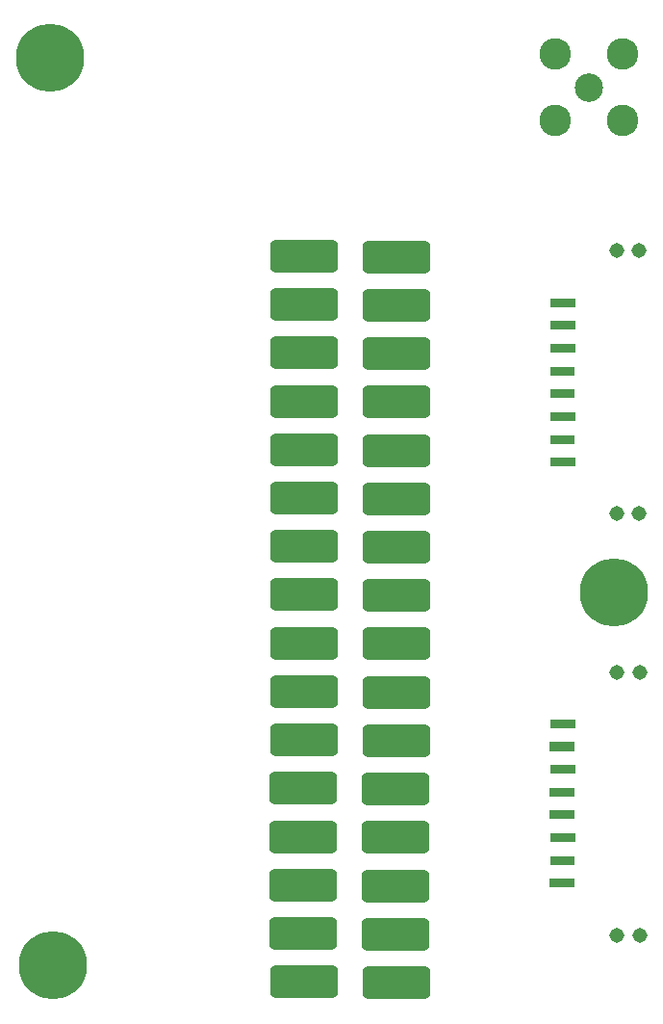
<source format=gbr>
%TF.GenerationSoftware,KiCad,Pcbnew,9.0.0*%
%TF.CreationDate,2025-05-27T23:15:15+02:00*%
%TF.ProjectId,PUTM_EV_PDMv2_PLAN_B_2024,5055544d-5f45-4565-9f50-444d76325f50,1.0*%
%TF.SameCoordinates,Original*%
%TF.FileFunction,Soldermask,Bot*%
%TF.FilePolarity,Negative*%
%FSLAX46Y46*%
G04 Gerber Fmt 4.6, Leading zero omitted, Abs format (unit mm)*
G04 Created by KiCad (PCBNEW 9.0.0) date 2025-05-27 23:15:15*
%MOMM*%
%LPD*%
G01*
G04 APERTURE LIST*
G04 Aperture macros list*
%AMRoundRect*
0 Rectangle with rounded corners*
0 $1 Rounding radius*
0 $2 $3 $4 $5 $6 $7 $8 $9 X,Y pos of 4 corners*
0 Add a 4 corners polygon primitive as box body*
4,1,4,$2,$3,$4,$5,$6,$7,$8,$9,$2,$3,0*
0 Add four circle primitives for the rounded corners*
1,1,$1+$1,$2,$3*
1,1,$1+$1,$4,$5*
1,1,$1+$1,$6,$7*
1,1,$1+$1,$8,$9*
0 Add four rect primitives between the rounded corners*
20,1,$1+$1,$2,$3,$4,$5,0*
20,1,$1+$1,$4,$5,$6,$7,0*
20,1,$1+$1,$6,$7,$8,$9,0*
20,1,$1+$1,$8,$9,$2,$3,0*%
G04 Aperture macros list end*
%ADD10C,1.650000*%
%ADD11RoundRect,0.420000X-2.580000X-0.980000X2.580000X-0.980000X2.580000X0.980000X-2.580000X0.980000X0*%
%ADD12C,1.308000*%
%ADD13C,0.800000*%
%ADD14C,6.000000*%
%ADD15C,2.500000*%
%ADD16C,2.775000*%
G04 APERTURE END LIST*
D10*
%TO.C,TSAL/HV_1*%
X145550000Y-139430000D03*
D11*
X147380000Y-139430000D03*
D10*
X149210000Y-139430000D03*
X153670000Y-139500000D03*
D11*
X155500000Y-139500000D03*
D10*
X157330000Y-139500000D03*
%TD*%
%TO.C,BRAKE/IR/AIR_1*%
X145505000Y-118160000D03*
D11*
X147335000Y-118160000D03*
D10*
X149165000Y-118160000D03*
X153625000Y-118230000D03*
D11*
X155455000Y-118230000D03*
D10*
X157285000Y-118230000D03*
%TD*%
%TO.C,INVERTER_2*%
X145470000Y-126680000D03*
D11*
X147300000Y-126680000D03*
D10*
X149130000Y-126680000D03*
X153590000Y-126750000D03*
D11*
X155420000Y-126750000D03*
D10*
X157250000Y-126750000D03*
%TD*%
%TO.C,FAN_1*%
X145530000Y-88410000D03*
D11*
X147360000Y-88410000D03*
D10*
X149190000Y-88410000D03*
X153650000Y-88480000D03*
D11*
X155480000Y-88480000D03*
D10*
X157310000Y-88480000D03*
%TD*%
D12*
%TO.C,J5*%
X174860000Y-98290000D03*
X176860000Y-98290000D03*
X174860000Y-75190000D03*
X176860000Y-75190000D03*
%TD*%
D13*
%TO.C,REF\u002A\u002A*%
X172340990Y-105250000D03*
X173000000Y-103659010D03*
X173000000Y-106840990D03*
X174590990Y-103000000D03*
D14*
X174590990Y-105250000D03*
D13*
X174590990Y-107500000D03*
X176181980Y-103659010D03*
X176181980Y-106840990D03*
X176840990Y-105250000D03*
%TD*%
D10*
%TO.C,PC_4*%
X145530000Y-92660000D03*
D11*
X147360000Y-92660000D03*
D10*
X149190000Y-92660000D03*
X153650000Y-92730000D03*
D11*
X155480000Y-92730000D03*
D10*
X157310000Y-92730000D03*
%TD*%
%TO.C,PUMP_1*%
X145530000Y-84160000D03*
D11*
X147360000Y-84160000D03*
D10*
X149190000Y-84160000D03*
X153650000Y-84230000D03*
D11*
X155480000Y-84230000D03*
D10*
X157310000Y-84230000D03*
%TD*%
%TO.C,INVERTER_1*%
X145470000Y-130930000D03*
D11*
X147300000Y-130930000D03*
D10*
X149130000Y-130930000D03*
X153590000Y-131000000D03*
D11*
X155420000Y-131000000D03*
D10*
X157250000Y-131000000D03*
%TD*%
%TO.C,PUMP_2*%
X145530000Y-79910000D03*
D11*
X147360000Y-79910000D03*
D10*
X149190000Y-79910000D03*
X153650000Y-79980000D03*
D11*
X155480000Y-79980000D03*
D10*
X157310000Y-79980000D03*
%TD*%
D12*
%TO.C,J8*%
X174900000Y-135330000D03*
X176900000Y-135330000D03*
X174900000Y-112230000D03*
X176900000Y-112230000D03*
%TD*%
D15*
%TO.C,J2*%
X172435000Y-60815000D03*
D16*
X169500000Y-63750000D03*
X175370000Y-63750000D03*
X175370000Y-57880000D03*
X169500000Y-57880000D03*
%TD*%
D10*
%TO.C,REARBOX/DIAGPORT/BRAKE_L_1*%
X145470000Y-135180000D03*
D11*
X147300000Y-135180000D03*
D10*
X149130000Y-135180000D03*
X153590000Y-135250000D03*
D11*
X155420000Y-135250000D03*
D10*
X157250000Y-135250000D03*
%TD*%
%TO.C,SDC/ASMS_1*%
X145505000Y-113910000D03*
D11*
X147335000Y-113910000D03*
D10*
X149165000Y-113910000D03*
X153625000Y-113980000D03*
D11*
X155455000Y-113980000D03*
D10*
X157285000Y-113980000D03*
%TD*%
D13*
%TO.C,REF\u002A\u002A*%
X122750000Y-58250000D03*
X123409010Y-56659010D03*
X123409010Y-59840990D03*
X125000000Y-56000000D03*
D14*
X125000000Y-58250000D03*
D13*
X125000000Y-60500000D03*
X126590990Y-56659010D03*
X126590990Y-59840990D03*
X127250000Y-58250000D03*
%TD*%
D10*
%TO.C,PC_3*%
X145530000Y-96910000D03*
D11*
X147360000Y-96910000D03*
D10*
X149190000Y-96910000D03*
X153650000Y-96980000D03*
D11*
X155480000Y-96980000D03*
D10*
X157310000Y-96980000D03*
%TD*%
D13*
%TO.C,REF\u002A\u002A*%
X123000000Y-138000000D03*
X123659010Y-136409010D03*
X123659010Y-139590990D03*
X125250000Y-135750000D03*
D14*
X125250000Y-138000000D03*
D13*
X125250000Y-140250000D03*
X126840990Y-136409010D03*
X126840990Y-139590990D03*
X127500000Y-138000000D03*
%TD*%
D10*
%TO.C,PC_1*%
X145530000Y-105410000D03*
D11*
X147360000Y-105410000D03*
D10*
X149190000Y-105410000D03*
X153650000Y-105480000D03*
D11*
X155480000Y-105480000D03*
D10*
X157310000Y-105480000D03*
%TD*%
%TO.C,FBOX_1*%
X145470000Y-122430000D03*
D11*
X147300000Y-122430000D03*
D10*
X149130000Y-122430000D03*
X153590000Y-122500000D03*
D11*
X155420000Y-122500000D03*
D10*
X157250000Y-122500000D03*
%TD*%
%TO.C,FAN_2*%
X145530000Y-75660000D03*
D11*
X147360000Y-75660000D03*
D10*
X149190000Y-75660000D03*
X153650000Y-75730000D03*
D11*
X155480000Y-75730000D03*
D10*
X157310000Y-75730000D03*
%TD*%
%TO.C,DASH_1*%
X145505000Y-109660000D03*
D11*
X147335000Y-109660000D03*
D10*
X149165000Y-109660000D03*
X153625000Y-109730000D03*
D11*
X155455000Y-109730000D03*
D10*
X157285000Y-109730000D03*
%TD*%
%TO.C,PC_2*%
X145530000Y-101160000D03*
D11*
X147360000Y-101160000D03*
D10*
X149190000Y-101160000D03*
X153650000Y-101230000D03*
D11*
X155480000Y-101230000D03*
D10*
X157310000Y-101230000D03*
%TD*%
G36*
X171151000Y-122374586D02*
G01*
X171151000Y-123150414D01*
X171150414Y-123151000D01*
X168974586Y-123151000D01*
X168974000Y-123150414D01*
X168974000Y-122374586D01*
X168974586Y-122374000D01*
X171150414Y-122374000D01*
X171151000Y-122374586D01*
G37*
G36*
X171151000Y-118374586D02*
G01*
X171151000Y-119150414D01*
X171150414Y-119151000D01*
X168974586Y-119151000D01*
X168974000Y-119150414D01*
X168974000Y-118374586D01*
X168974586Y-118374000D01*
X171150414Y-118374000D01*
X171151000Y-118374586D01*
G37*
G36*
X171201000Y-116374586D02*
G01*
X171201000Y-117150414D01*
X171200414Y-117151000D01*
X169024586Y-117151000D01*
X169024000Y-117150414D01*
X169024000Y-116374586D01*
X169024586Y-116374000D01*
X171200414Y-116374000D01*
X171201000Y-116374586D01*
G37*
G36*
X171201000Y-89374586D02*
G01*
X171201000Y-90150414D01*
X171200414Y-90151000D01*
X169024586Y-90151000D01*
X169024000Y-90150414D01*
X169024000Y-89374586D01*
X169024586Y-89374000D01*
X171200414Y-89374000D01*
X171201000Y-89374586D01*
G37*
G36*
X171201000Y-126374586D02*
G01*
X171201000Y-127150414D01*
X171200414Y-127151000D01*
X169024586Y-127151000D01*
X169024000Y-127150414D01*
X169024000Y-126374586D01*
X169024586Y-126374000D01*
X171200414Y-126374000D01*
X171201000Y-126374586D01*
G37*
G36*
X171126000Y-124374586D02*
G01*
X171126000Y-125150414D01*
X171125414Y-125151000D01*
X168949586Y-125151000D01*
X168949000Y-125150414D01*
X168949000Y-124374586D01*
X168949586Y-124374000D01*
X171125414Y-124374000D01*
X171126000Y-124374586D01*
G37*
G36*
X171201000Y-120349586D02*
G01*
X171201000Y-121125414D01*
X171200414Y-121126000D01*
X169024586Y-121126000D01*
X169024000Y-121125414D01*
X169024000Y-120349586D01*
X169024586Y-120349000D01*
X171200414Y-120349000D01*
X171201000Y-120349586D01*
G37*
G36*
X171226000Y-93349586D02*
G01*
X171226000Y-94125414D01*
X171225414Y-94126000D01*
X169049586Y-94126000D01*
X169049000Y-94125414D01*
X169049000Y-93349586D01*
X169049586Y-93349000D01*
X171225414Y-93349000D01*
X171226000Y-93349586D01*
G37*
G36*
X171176000Y-87349586D02*
G01*
X171176000Y-88125414D01*
X171175414Y-88126000D01*
X168999586Y-88126000D01*
X168999000Y-88125414D01*
X168999000Y-87349586D01*
X168999586Y-87349000D01*
X171175414Y-87349000D01*
X171176000Y-87349586D01*
G37*
G36*
X171176000Y-85374586D02*
G01*
X171176000Y-86150414D01*
X171175414Y-86151000D01*
X168999586Y-86151000D01*
X168999000Y-86150414D01*
X168999000Y-85374586D01*
X168999586Y-85374000D01*
X171175414Y-85374000D01*
X171176000Y-85374586D01*
G37*
G36*
X171176000Y-128374586D02*
G01*
X171176000Y-129150414D01*
X171175414Y-129151000D01*
X168999586Y-129151000D01*
X168999000Y-129150414D01*
X168999000Y-128374586D01*
X168999586Y-128374000D01*
X171175414Y-128374000D01*
X171176000Y-128374586D01*
G37*
G36*
X171201000Y-83374586D02*
G01*
X171201000Y-84150414D01*
X171200414Y-84151000D01*
X169024586Y-84151000D01*
X169024000Y-84150414D01*
X169024000Y-83374586D01*
X169024586Y-83374000D01*
X171200414Y-83374000D01*
X171201000Y-83374586D01*
G37*
G36*
X171151000Y-130349586D02*
G01*
X171151000Y-131125414D01*
X171150414Y-131126000D01*
X168974586Y-131126000D01*
X168974000Y-131125414D01*
X168974000Y-130349586D01*
X168974586Y-130349000D01*
X171150414Y-130349000D01*
X171151000Y-130349586D01*
G37*
G36*
X171201000Y-81349586D02*
G01*
X171201000Y-82125414D01*
X171200414Y-82126000D01*
X169024586Y-82126000D01*
X169024000Y-82125414D01*
X169024000Y-81349586D01*
X169024586Y-81349000D01*
X171200414Y-81349000D01*
X171201000Y-81349586D01*
G37*
G36*
X171176000Y-91374586D02*
G01*
X171176000Y-92150414D01*
X171175414Y-92151000D01*
X168999586Y-92151000D01*
X168999000Y-92150414D01*
X168999000Y-91374586D01*
X168999586Y-91374000D01*
X171175414Y-91374000D01*
X171176000Y-91374586D01*
G37*
G36*
X171251000Y-79399586D02*
G01*
X171251000Y-80175414D01*
X171250414Y-80176000D01*
X169074586Y-80176000D01*
X169074000Y-80175414D01*
X169074000Y-79399586D01*
X169074586Y-79399000D01*
X171250414Y-79399000D01*
X171251000Y-79399586D01*
G37*
M02*

</source>
